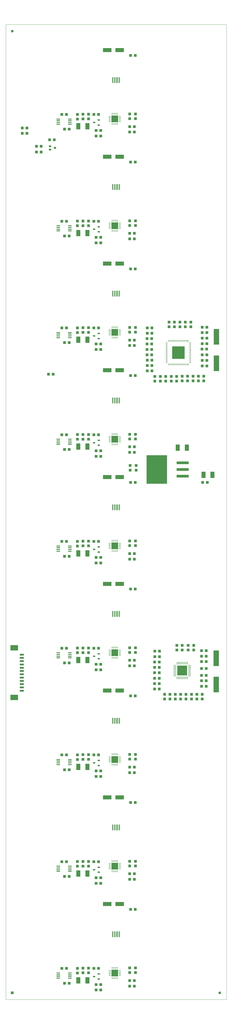
<source format=gbr>
%FSLAX33Y33*%
%MOMM*%
G04 EasyPC Gerber Version 16.0.6 Build 3249 *
%ADD77R,0.28000X0.80000*%
%ADD99R,0.28000X1.00000*%
%ADD92R,0.40000X2.20000*%
%ADD23R,1.00000X1.10000*%
%ADD24R,1.65000X2.40000*%
%ADD89R,2.10000X6.00000*%
%ADD87R,7.90000X10.80000*%
%ADD136R,1.00000X1.00000*%
%ADD80R,2.60000X2.60000*%
%ADD101R,3.70000X3.70000*%
%ADD79R,4.70000X4.70000*%
%ADD10C,0.12000*%
%ADD18C,1.00000*%
%ADD78R,0.80000X0.28000*%
%ADD100R,1.00000X0.28000*%
%ADD97R,1.45000X0.45000*%
%ADD81R,0.90000X0.60000*%
%ADD83R,0.90000X0.70000*%
%ADD70R,1.60000X0.70000*%
%ADD22R,1.10000X1.00000*%
%ADD86R,4.60000X1.10000*%
%ADD82R,3.20000X1.60000*%
%ADD71R,3.00000X2.10000*%
X0Y0D02*
D02*
D10*
X5001Y5008D02*
X89001D01*
Y375808*
X5001*
Y5008*
D02*
D18*
X7500Y373300D03*
X86500Y7500D03*
D02*
D70*
X11150Y122425D03*
Y123675D03*
Y124925D03*
Y126175D03*
Y127425D03*
Y128675D03*
Y129925D03*
Y131175D03*
Y132425D03*
Y133675D03*
Y134925D03*
Y136175D03*
D02*
D71*
X8250Y119875D03*
Y138725D03*
D02*
D22*
X11311Y334400D03*
Y336500D03*
X13089Y334400D03*
Y336500D03*
X16711Y327300D03*
Y329500D03*
X18489Y327300D03*
Y329500D03*
X21311Y242850D03*
X21711Y332000D03*
X23089Y242850D03*
X23489Y332000D03*
X26411Y16800D03*
Y57400D03*
Y98000D03*
Y138600D03*
Y179200D03*
Y219800D03*
Y260400D03*
Y301000D03*
Y341600D03*
X27411Y11200D03*
Y51800D03*
Y92400D03*
Y133000D03*
Y173600D03*
Y214200D03*
Y254800D03*
Y295400D03*
Y336000D03*
X28189Y16800D03*
Y57400D03*
Y98000D03*
Y138600D03*
Y179200D03*
Y219800D03*
Y260400D03*
Y301000D03*
Y341600D03*
X29189Y11200D03*
Y51800D03*
Y92400D03*
Y133000D03*
Y173600D03*
Y214200D03*
Y254800D03*
Y295400D03*
Y336000D03*
X38561Y16800D03*
Y57400D03*
Y98000D03*
Y138600D03*
Y179200D03*
Y219800D03*
Y260400D03*
Y301000D03*
Y341600D03*
X39411Y8600D03*
Y10700D03*
Y49200D03*
Y51300D03*
Y89800D03*
Y91900D03*
Y130400D03*
Y132500D03*
Y171000D03*
Y173100D03*
Y211600D03*
Y213700D03*
Y252200D03*
Y254300D03*
Y292800D03*
Y294900D03*
Y333400D03*
Y335500D03*
X40339Y16800D03*
Y57400D03*
Y98000D03*
Y138600D03*
Y179200D03*
Y219800D03*
Y260400D03*
Y301000D03*
Y341600D03*
X41189Y8600D03*
Y10700D03*
Y49200D03*
Y51300D03*
Y89800D03*
Y91900D03*
Y130400D03*
Y132500D03*
Y171000D03*
Y173100D03*
Y211600D03*
Y213700D03*
Y252200D03*
Y254300D03*
Y292800D03*
Y294900D03*
Y333400D03*
Y335500D03*
X52211Y10100D03*
Y12200D03*
Y50700D03*
Y52800D03*
Y91300D03*
Y93400D03*
Y131900D03*
Y134000D03*
Y172500D03*
Y174600D03*
Y213100D03*
Y215200D03*
Y253700D03*
Y255800D03*
Y294300D03*
Y296400D03*
Y334900D03*
Y337000D03*
X52511Y39300D03*
Y79900D03*
Y120500D03*
Y161100D03*
Y201700D03*
Y242300D03*
Y282900D03*
Y323500D03*
Y364100D03*
X53989Y10100D03*
Y12200D03*
Y50700D03*
Y52800D03*
Y91300D03*
Y93400D03*
Y131900D03*
Y134000D03*
Y172500D03*
Y174600D03*
Y213100D03*
Y215200D03*
Y253700D03*
Y255800D03*
Y294300D03*
Y296400D03*
Y334900D03*
Y337000D03*
X54289Y39300D03*
Y79900D03*
Y120500D03*
Y161100D03*
Y201700D03*
Y242300D03*
Y282900D03*
Y323500D03*
Y364100D03*
X58811Y250200D03*
Y252250D03*
Y254300D03*
Y256350D03*
X58861Y244050D03*
Y246100D03*
Y248150D03*
Y258400D03*
Y260450D03*
X60589Y250200D03*
Y252250D03*
Y254300D03*
Y256350D03*
X60639Y244050D03*
Y246100D03*
Y248150D03*
Y258400D03*
Y260450D03*
X61711Y123100D03*
Y125150D03*
Y127200D03*
Y129250D03*
Y131300D03*
Y133350D03*
X61761Y135400D03*
Y137450D03*
X63489Y123100D03*
Y125150D03*
Y127200D03*
Y129250D03*
Y131300D03*
Y133350D03*
X63539Y135400D03*
Y137450D03*
X79511Y126250D03*
Y130900D03*
Y133500D03*
Y135550D03*
Y137650D03*
X79561Y124150D03*
Y128300D03*
X79711Y252350D03*
X79761Y254450D03*
Y256550D03*
Y258650D03*
Y260700D03*
X79811Y245950D03*
Y248050D03*
Y250150D03*
X80011Y201650D03*
X81289Y126250D03*
Y130900D03*
Y133500D03*
Y135550D03*
Y137650D03*
X81339Y124150D03*
Y128300D03*
X81489Y252350D03*
X81539Y254450D03*
Y256550D03*
Y258650D03*
Y260700D03*
X81589Y245950D03*
Y248050D03*
Y250150D03*
X81789Y201650D03*
D02*
D23*
X32300Y15061D03*
Y16839D03*
Y55661D03*
Y57439D03*
Y96261D03*
Y98039D03*
Y136861D03*
Y138639D03*
Y177461D03*
Y179239D03*
Y218061D03*
Y219839D03*
Y258661D03*
Y260439D03*
Y299261D03*
Y301039D03*
Y339861D03*
Y341639D03*
X34400Y15111D03*
Y16889D03*
Y55711D03*
Y57489D03*
Y96311D03*
Y98089D03*
Y136911D03*
Y138689D03*
Y177511D03*
Y179289D03*
Y218111D03*
Y219889D03*
Y258711D03*
Y260489D03*
Y299311D03*
Y301089D03*
Y339911D03*
Y341689D03*
X36500Y15111D03*
Y16889D03*
Y55711D03*
Y57489D03*
Y96311D03*
Y98089D03*
Y136911D03*
Y138689D03*
Y177511D03*
Y179289D03*
Y218111D03*
Y219889D03*
Y258711D03*
Y260489D03*
Y299311D03*
Y301089D03*
Y339911D03*
Y341689D03*
X52200Y15211D03*
Y16989D03*
Y55811D03*
Y57589D03*
Y96411D03*
Y98189D03*
Y137011D03*
Y138789D03*
Y177611D03*
Y179389D03*
Y218211D03*
Y219989D03*
Y258811D03*
Y260589D03*
Y299411D03*
Y301189D03*
Y340011D03*
Y341789D03*
X52400Y206361D03*
Y208139D03*
X54400Y15211D03*
Y16989D03*
Y55811D03*
Y57589D03*
Y96411D03*
Y98189D03*
Y137011D03*
Y138789D03*
Y177611D03*
Y179389D03*
Y218211D03*
Y219989D03*
Y258811D03*
Y260589D03*
Y299411D03*
Y301189D03*
Y340011D03*
Y341789D03*
X54650Y206311D03*
Y208089D03*
X61800Y240211D03*
Y241989D03*
X63900Y240211D03*
Y241989D03*
X65450Y119311D03*
Y121089D03*
X65950Y240211D03*
Y241989D03*
X67150Y260811D03*
Y262589D03*
X67500Y119261D03*
Y121039D03*
X68050Y240211D03*
Y241989D03*
X69250Y260811D03*
Y262589D03*
X69550Y119261D03*
Y121039D03*
X70100Y240211D03*
Y241989D03*
X70150Y137911D03*
Y139689D03*
X71300Y260811D03*
Y262589D03*
X71600Y119261D03*
Y121039D03*
X72200Y137911D03*
Y139689D03*
Y240261D03*
Y242039D03*
X73400Y260811D03*
Y262589D03*
X73650Y119261D03*
Y121039D03*
X74250Y240261D03*
Y242039D03*
X74450Y137911D03*
Y139689D03*
X75500Y260811D03*
Y262589D03*
X75700Y119311D03*
Y121089D03*
X76300Y240261D03*
Y242039D03*
X76550Y137911D03*
Y139689D03*
X77750Y119311D03*
Y121089D03*
X78350Y240261D03*
Y242039D03*
X79800Y119311D03*
Y121089D03*
X80400Y240261D03*
Y242039D03*
D02*
D24*
X32673Y12300D03*
Y52900D03*
Y93500D03*
Y134100D03*
Y174700D03*
Y215300D03*
Y255900D03*
Y296500D03*
Y337100D03*
X36125Y12300D03*
Y52900D03*
Y93500D03*
Y134100D03*
Y174700D03*
Y215300D03*
Y255900D03*
Y296500D03*
Y337100D03*
X70473Y214850D03*
X73925D03*
X80275Y204550D03*
X83727D03*
D02*
D77*
X45500Y13150D03*
Y17050D03*
Y53750D03*
Y57650D03*
Y94350D03*
Y98250D03*
Y134950D03*
Y138850D03*
Y175550D03*
Y179450D03*
Y216150D03*
Y220050D03*
Y256750D03*
Y260650D03*
Y297350D03*
Y301250D03*
Y337950D03*
Y341850D03*
X46000Y13150D03*
Y17050D03*
Y53750D03*
Y57650D03*
Y94350D03*
Y98250D03*
Y134950D03*
Y138850D03*
Y175550D03*
Y179450D03*
Y216150D03*
Y220050D03*
Y256750D03*
Y260650D03*
Y297350D03*
Y301250D03*
Y337950D03*
Y341850D03*
X46500Y13150D03*
Y17050D03*
Y53750D03*
Y57650D03*
Y94350D03*
Y98250D03*
Y134950D03*
Y138850D03*
Y175550D03*
Y179450D03*
Y216150D03*
Y220050D03*
Y256750D03*
Y260650D03*
Y297350D03*
Y301250D03*
Y337950D03*
Y341850D03*
X47000Y13150D03*
Y17050D03*
Y53750D03*
Y57650D03*
Y94350D03*
Y98250D03*
Y134950D03*
Y138850D03*
Y175550D03*
Y179450D03*
Y216150D03*
Y220050D03*
Y256750D03*
Y260650D03*
Y297350D03*
Y301250D03*
Y337950D03*
Y341850D03*
X47500Y13150D03*
Y17050D03*
Y53750D03*
Y57650D03*
Y94350D03*
Y98250D03*
Y134950D03*
Y138850D03*
Y175550D03*
Y179450D03*
Y216150D03*
Y220050D03*
Y256750D03*
Y260650D03*
Y297350D03*
Y301250D03*
Y337950D03*
Y341850D03*
X67000Y246500D03*
Y255500D03*
X67500Y246500D03*
Y255500D03*
X68000Y246500D03*
Y255500D03*
X68500Y246500D03*
Y255500D03*
X69000Y246500D03*
Y255500D03*
X69500Y246500D03*
Y255500D03*
X70000Y246500D03*
Y255500D03*
X70500Y246500D03*
Y255500D03*
X71000Y246500D03*
Y255500D03*
X71500Y246500D03*
Y255500D03*
X72000Y246500D03*
Y255500D03*
X72500Y246500D03*
Y255500D03*
X73000Y246500D03*
Y255500D03*
X73500Y246500D03*
Y255500D03*
X74000Y246500D03*
Y255500D03*
X74500Y246500D03*
Y255500D03*
D02*
D78*
X44550Y14100D03*
Y14600D03*
Y15100D03*
Y15600D03*
Y16100D03*
Y54700D03*
Y55200D03*
Y55700D03*
Y56200D03*
Y56700D03*
Y95300D03*
Y95800D03*
Y96300D03*
Y96800D03*
Y97300D03*
Y135900D03*
Y136400D03*
Y136900D03*
Y137400D03*
Y137900D03*
Y176500D03*
Y177000D03*
Y177500D03*
Y178000D03*
Y178500D03*
Y217100D03*
Y217600D03*
Y218100D03*
Y218600D03*
Y219100D03*
Y257700D03*
Y258200D03*
Y258700D03*
Y259200D03*
Y259700D03*
Y298300D03*
Y298800D03*
Y299300D03*
Y299800D03*
Y300300D03*
Y338900D03*
Y339400D03*
Y339900D03*
Y340400D03*
Y340900D03*
X48450Y14100D03*
Y14600D03*
Y15100D03*
Y15600D03*
Y16100D03*
Y54700D03*
Y55200D03*
Y55700D03*
Y56200D03*
Y56700D03*
Y95300D03*
Y95800D03*
Y96300D03*
Y96800D03*
Y97300D03*
Y135900D03*
Y136400D03*
Y136900D03*
Y137400D03*
Y137900D03*
Y176500D03*
Y177000D03*
Y177500D03*
Y178000D03*
Y178500D03*
Y217100D03*
Y217600D03*
Y218100D03*
Y218600D03*
Y219100D03*
Y257700D03*
Y258200D03*
Y258700D03*
Y259200D03*
Y259700D03*
Y298300D03*
Y298800D03*
Y299300D03*
Y299800D03*
Y300300D03*
Y338900D03*
Y339400D03*
Y339900D03*
Y340400D03*
Y340900D03*
X66250Y247250D03*
Y247750D03*
Y248250D03*
Y248750D03*
Y249250D03*
Y249750D03*
Y250250D03*
Y250750D03*
Y251250D03*
Y251750D03*
Y252250D03*
Y252750D03*
Y253250D03*
Y253750D03*
Y254250D03*
Y254750D03*
X75250Y247250D03*
Y247750D03*
Y248250D03*
Y248750D03*
Y249250D03*
Y249750D03*
Y250250D03*
Y250750D03*
Y251250D03*
Y251750D03*
Y252250D03*
Y252750D03*
Y253250D03*
Y253750D03*
Y254250D03*
Y254750D03*
D02*
D79*
X70750Y251000D03*
D02*
D80*
X46500Y15100D03*
Y55700D03*
Y96300D03*
Y136900D03*
Y177500D03*
Y218100D03*
Y258700D03*
Y299300D03*
Y339900D03*
D02*
D81*
X38650Y13750D03*
Y54350D03*
Y94950D03*
Y135550D03*
Y176150D03*
Y216750D03*
Y257350D03*
Y297950D03*
Y338550D03*
X40450Y12800D03*
Y14700D03*
Y53400D03*
Y55300D03*
Y94000D03*
Y95900D03*
Y134600D03*
Y136500D03*
Y175200D03*
Y177100D03*
Y215800D03*
Y217700D03*
Y256400D03*
Y258300D03*
Y297000D03*
Y298900D03*
Y337600D03*
Y339500D03*
D02*
D82*
X43650Y41300D03*
Y81900D03*
Y122500D03*
Y163100D03*
Y203700D03*
Y244300D03*
Y284900D03*
Y325500D03*
Y366100D03*
X48350Y41300D03*
Y81900D03*
Y122500D03*
Y163100D03*
Y203700D03*
Y244300D03*
Y284900D03*
Y325500D03*
Y366100D03*
D02*
D83*
X21850Y328250D03*
Y329550D03*
X23750Y328900D03*
D02*
D86*
X72375Y204060D03*
Y206600D03*
Y209140D03*
D02*
D87*
X62525Y206575D03*
D02*
D89*
X85150Y124750D03*
Y134750D03*
X85250Y247000D03*
Y257000D03*
D02*
D92*
X45700Y29825D03*
Y70425D03*
Y111025D03*
Y151625D03*
Y192225D03*
Y232825D03*
Y273425D03*
Y314025D03*
Y354625D03*
X46350Y29825D03*
Y70425D03*
Y111025D03*
Y151625D03*
Y192225D03*
Y232825D03*
Y273425D03*
Y314025D03*
Y354625D03*
X47000Y29825D03*
Y70425D03*
Y111025D03*
Y151625D03*
Y192225D03*
Y232825D03*
Y273425D03*
Y314025D03*
Y354625D03*
X47650Y29825D03*
Y70425D03*
Y111025D03*
Y151625D03*
Y192225D03*
Y232825D03*
Y273425D03*
Y314025D03*
Y354625D03*
X48300Y29825D03*
Y70425D03*
Y111025D03*
Y151625D03*
Y192225D03*
Y232825D03*
Y273425D03*
Y314025D03*
Y354625D03*
D02*
D97*
X25000Y13125D03*
Y13775D03*
Y14425D03*
Y15075D03*
Y53725D03*
Y54375D03*
Y55025D03*
Y55675D03*
Y94325D03*
Y94975D03*
Y95625D03*
Y96275D03*
Y134925D03*
Y135575D03*
Y136225D03*
Y136875D03*
Y175525D03*
Y176175D03*
Y176825D03*
Y177475D03*
Y216125D03*
Y216775D03*
Y217425D03*
Y218075D03*
Y256725D03*
Y257375D03*
Y258025D03*
Y258675D03*
Y297325D03*
Y297975D03*
Y298625D03*
Y299275D03*
Y337925D03*
Y338575D03*
Y339225D03*
Y339875D03*
X29400Y13125D03*
Y13775D03*
Y14425D03*
Y15075D03*
Y53725D03*
Y54375D03*
Y55025D03*
Y55675D03*
Y94325D03*
Y94975D03*
Y95625D03*
Y96275D03*
Y134925D03*
Y135575D03*
Y136225D03*
Y136875D03*
Y175525D03*
Y176175D03*
Y176825D03*
Y177475D03*
Y216125D03*
Y216775D03*
Y217425D03*
Y218075D03*
Y256725D03*
Y257375D03*
Y258025D03*
Y258675D03*
Y297325D03*
Y297975D03*
Y298625D03*
Y299275D03*
Y337925D03*
Y338575D03*
Y339225D03*
Y339875D03*
D02*
D99*
X70200Y127300D03*
Y132900D03*
X70700Y127300D03*
Y132900D03*
X71200Y127300D03*
Y132900D03*
X71700Y127300D03*
Y132900D03*
X72200Y127300D03*
Y132900D03*
X72700Y127300D03*
Y132900D03*
X73200Y127300D03*
Y132900D03*
X73700Y127300D03*
Y132900D03*
X74200Y127300D03*
Y132900D03*
D02*
D100*
X69400Y128100D03*
Y128600D03*
Y129100D03*
Y129600D03*
Y130100D03*
Y130600D03*
Y131100D03*
Y131600D03*
Y132100D03*
X75000Y128100D03*
Y128600D03*
Y129100D03*
Y129600D03*
Y130100D03*
Y130600D03*
Y131100D03*
Y131600D03*
Y132100D03*
D02*
D101*
X72200Y130100D03*
D02*
D136*
X7500Y7500D03*
X0Y0D02*
M02*

</source>
